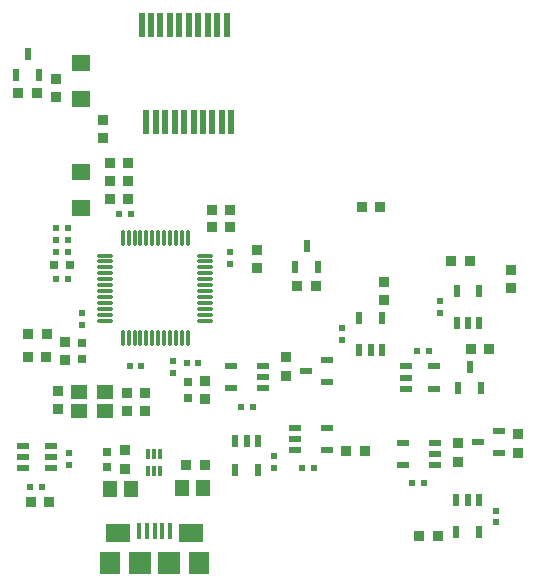
<source format=gtp>
G04*
G04 #@! TF.GenerationSoftware,Altium Limited,Altium Designer,24.1.2 (44)*
G04*
G04 Layer_Color=8421504*
%FSLAX44Y44*%
%MOMM*%
G71*
G04*
G04 #@! TF.SameCoordinates,635B94A0-59F8-49C6-AB40-AA6DFF865303*
G04*
G04*
G04 #@! TF.FilePolarity,Positive*
G04*
G01*
G75*
%ADD16R,0.5000X0.6000*%
%ADD17R,0.6000X0.5000*%
%ADD18R,0.9000X0.9500*%
%ADD19R,1.1000X0.6000*%
%ADD20R,0.9500X0.9000*%
%ADD21R,0.6000X1.1000*%
%ADD22R,1.2500X1.4000*%
%ADD23R,1.8000X1.9000*%
%ADD24R,0.4000X1.3500*%
%ADD25R,2.1000X1.6000*%
%ADD26R,1.9000X1.9000*%
%ADD27R,0.6000X1.0500*%
%ADD28R,1.0500X0.6000*%
%ADD29R,0.8000X0.7500*%
%ADD30O,1.4500X0.3000*%
%ADD31O,0.3000X1.4500*%
%ADD32R,1.4000X1.2000*%
%ADD33R,0.3000X0.8500*%
%ADD34R,0.7500X0.8000*%
%ADD35R,0.5000X2.0000*%
%ADD36R,1.5000X1.4000*%
D16*
X290830Y204550D02*
D03*
Y214550D02*
D03*
X421180Y60240D02*
D03*
Y50240D02*
D03*
X373380Y227410D02*
D03*
Y237410D02*
D03*
X232730Y106600D02*
D03*
Y96600D02*
D03*
X147640Y186610D02*
D03*
Y176610D02*
D03*
X59280Y109060D02*
D03*
Y99060D02*
D03*
X70170Y217250D02*
D03*
Y227250D02*
D03*
X195900Y269320D02*
D03*
Y279320D02*
D03*
D17*
X354410Y195580D02*
D03*
X364410D02*
D03*
X359740Y83830D02*
D03*
X349740D02*
D03*
X120890Y182880D02*
D03*
X110890D02*
D03*
X36340Y79930D02*
D03*
X26340D02*
D03*
X215140Y147940D02*
D03*
X205140D02*
D03*
X256940Y96520D02*
D03*
X266940D02*
D03*
X159150Y185420D02*
D03*
X169150D02*
D03*
X48660Y299720D02*
D03*
X58660D02*
D03*
X48660Y289560D02*
D03*
X58660D02*
D03*
X48660Y256540D02*
D03*
X58660D02*
D03*
X48660Y279400D02*
D03*
X58660D02*
D03*
X102000Y311150D02*
D03*
X112000D02*
D03*
D18*
X389030Y116980D02*
D03*
Y101480D02*
D03*
X439830Y124600D02*
D03*
Y109100D02*
D03*
X434000Y263750D02*
D03*
Y248250D02*
D03*
X326000Y253750D02*
D03*
Y238250D02*
D03*
X88500Y375250D02*
D03*
Y390750D02*
D03*
X107000Y95690D02*
D03*
Y111190D02*
D03*
X56200Y187830D02*
D03*
Y203330D02*
D03*
X243480Y189980D02*
D03*
Y174480D02*
D03*
X48260Y425580D02*
D03*
Y410080D02*
D03*
X218760Y265300D02*
D03*
Y280800D02*
D03*
X174310Y154810D02*
D03*
Y170310D02*
D03*
X123510Y160150D02*
D03*
Y144650D02*
D03*
X49850Y145920D02*
D03*
Y161420D02*
D03*
X108270Y160150D02*
D03*
Y144650D02*
D03*
D19*
X423430Y108620D02*
D03*
Y127620D02*
D03*
X405430Y118120D02*
D03*
X277880Y168920D02*
D03*
Y187920D02*
D03*
X259880Y178420D02*
D03*
X368870Y182220D02*
D03*
Y163220D02*
D03*
X344870D02*
D03*
Y172720D02*
D03*
Y182220D02*
D03*
X44610Y95830D02*
D03*
Y105330D02*
D03*
Y114830D02*
D03*
X20610D02*
D03*
Y105330D02*
D03*
Y95830D02*
D03*
D20*
X356250Y39000D02*
D03*
X371750D02*
D03*
X399920Y196850D02*
D03*
X415420D02*
D03*
X309750Y111000D02*
D03*
X294250D02*
D03*
X322750Y317000D02*
D03*
X307250D02*
D03*
X16700Y414020D02*
D03*
X32200D02*
D03*
X268420Y250190D02*
D03*
X252920D02*
D03*
X24970Y189960D02*
D03*
X40470D02*
D03*
X25250Y210000D02*
D03*
X40750D02*
D03*
X398670Y271640D02*
D03*
X383170D02*
D03*
X42900Y67230D02*
D03*
X27400D02*
D03*
X180210Y300670D02*
D03*
X195710D02*
D03*
X94170Y339090D02*
D03*
X109670D02*
D03*
X180210Y314640D02*
D03*
X195710D02*
D03*
X109670Y354330D02*
D03*
X94170D02*
D03*
Y323850D02*
D03*
X109670D02*
D03*
X158940Y98360D02*
D03*
X174440D02*
D03*
D21*
X219370Y94680D02*
D03*
X200370D02*
D03*
Y118680D02*
D03*
X209870D02*
D03*
X219370D02*
D03*
X389280Y163610D02*
D03*
X408280D02*
D03*
X398780Y181610D02*
D03*
X14950Y429150D02*
D03*
X33950D02*
D03*
X24450Y447150D02*
D03*
X251170Y266590D02*
D03*
X270170D02*
D03*
X260670Y284590D02*
D03*
D22*
X94440Y78040D02*
D03*
X111940D02*
D03*
X155400Y79310D02*
D03*
X172900D02*
D03*
D23*
X170000Y16000D02*
D03*
X94000D02*
D03*
D24*
X145000Y42750D02*
D03*
X138500D02*
D03*
X132000D02*
D03*
X125500D02*
D03*
X119000D02*
D03*
D25*
X163000Y41500D02*
D03*
X101000D02*
D03*
D26*
X144000Y16000D02*
D03*
X120000D02*
D03*
D27*
X388010Y245910D02*
D03*
X407010D02*
D03*
Y218910D02*
D03*
X397510D02*
D03*
X388010D02*
D03*
X305460Y223050D02*
D03*
X324460D02*
D03*
Y196050D02*
D03*
X314960D02*
D03*
X305460D02*
D03*
X406550Y41740D02*
D03*
X387550D02*
D03*
Y68740D02*
D03*
X397050D02*
D03*
X406550D02*
D03*
D28*
X196960Y163840D02*
D03*
Y182840D02*
D03*
X223960D02*
D03*
Y173340D02*
D03*
Y163840D02*
D03*
X342510Y98460D02*
D03*
Y117460D02*
D03*
X369510D02*
D03*
Y107960D02*
D03*
Y98460D02*
D03*
X277980Y130150D02*
D03*
Y111150D02*
D03*
X250980D02*
D03*
Y120650D02*
D03*
Y130150D02*
D03*
D29*
X160340Y155810D02*
D03*
Y169310D02*
D03*
X70170Y188830D02*
D03*
Y202330D02*
D03*
X91760Y110190D02*
D03*
Y96690D02*
D03*
D30*
X90270Y221080D02*
D03*
Y226080D02*
D03*
Y231080D02*
D03*
Y236080D02*
D03*
Y241080D02*
D03*
Y246080D02*
D03*
Y251080D02*
D03*
Y256080D02*
D03*
Y261080D02*
D03*
Y266080D02*
D03*
Y271080D02*
D03*
Y276080D02*
D03*
X174770D02*
D03*
Y271080D02*
D03*
Y266080D02*
D03*
Y261080D02*
D03*
Y256080D02*
D03*
Y251080D02*
D03*
Y246080D02*
D03*
Y241080D02*
D03*
Y236080D02*
D03*
Y231080D02*
D03*
Y226080D02*
D03*
Y221080D02*
D03*
D31*
X105020Y290830D02*
D03*
X110020D02*
D03*
X115020D02*
D03*
X120020D02*
D03*
X125020D02*
D03*
X130020D02*
D03*
X135020D02*
D03*
X140020D02*
D03*
X145020D02*
D03*
X150020D02*
D03*
X155020D02*
D03*
X160020D02*
D03*
Y206330D02*
D03*
X155020D02*
D03*
X150020D02*
D03*
X145020D02*
D03*
X140020D02*
D03*
X135020D02*
D03*
X130020D02*
D03*
X125020D02*
D03*
X120020D02*
D03*
X115020D02*
D03*
X110020D02*
D03*
X105020D02*
D03*
D32*
X68060Y144400D02*
D03*
X90060D02*
D03*
Y160400D02*
D03*
X68060D02*
D03*
D33*
X126210Y93280D02*
D03*
X131210D02*
D03*
X136210D02*
D03*
Y107780D02*
D03*
X131210D02*
D03*
X126210D02*
D03*
D34*
X60410Y267970D02*
D03*
X46910D02*
D03*
D35*
X165000Y389000D02*
D03*
X157000D02*
D03*
X149000D02*
D03*
X141000D02*
D03*
X133000D02*
D03*
X125000D02*
D03*
X145000Y471000D02*
D03*
X153000D02*
D03*
X161000D02*
D03*
X169000D02*
D03*
X177000D02*
D03*
X185000D02*
D03*
X193000D02*
D03*
X173000Y389000D02*
D03*
X181000D02*
D03*
X189000D02*
D03*
X197000D02*
D03*
X121000Y471000D02*
D03*
X129000D02*
D03*
X137000D02*
D03*
D36*
X69500Y409000D02*
D03*
Y439000D02*
D03*
Y346500D02*
D03*
Y316500D02*
D03*
M02*

</source>
